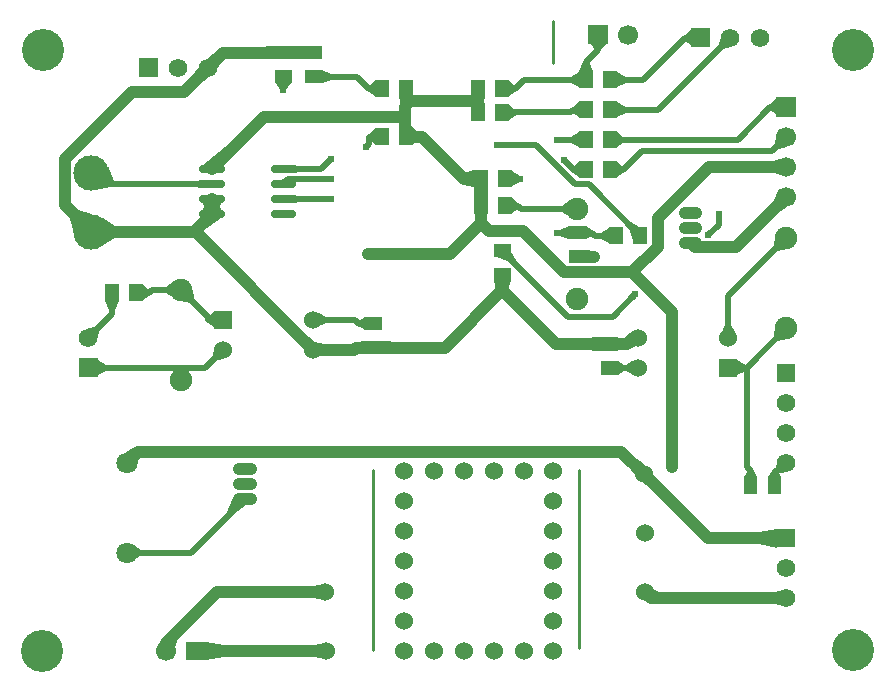
<source format=gbl>
G04 Layer: BottomLayer*
G04 EasyEDA v6.4.19.4, 2021-06-14T19:23:21+03:00*
G04 c287602e535a46618d334795f056a235,b3268d441ec746f5bebdd9f8aa6dfed9,10*
G04 Gerber Generator version 0.2*
G04 Scale: 100 percent, Rotated: No, Reflected: No *
G04 Dimensions in millimeters *
G04 leading zeros omitted , absolute positions ,4 integer and 5 decimal *
%FSLAX45Y45*%
%MOMM*%

%ADD10C,0.2540*%
%ADD12C,0.5000*%
%ADD13C,1.0000*%
%ADD14C,0.6100*%
%ADD19C,1.5240*%
%ADD20R,1.5240X1.5240*%
%ADD21C,1.9050*%
%ADD22C,1.8000*%
%ADD24C,1.7000*%
%ADD25C,3.5560*%
%ADD27R,1.5748X1.5748*%
%ADD28C,1.5748*%
%ADD29C,3.0000*%
%ADD30C,0.7000*%

%LPD*%
G36*
X2849626Y-5542991D02*
G01*
X2796336Y-5550204D01*
X2796387Y-5650179D01*
X2849727Y-5657291D01*
G37*
G36*
X2843428Y-5042103D02*
G01*
X2790088Y-5049316D01*
X2790240Y-5149291D01*
X2843580Y-5156403D01*
G37*
G36*
X5673394Y-5077510D02*
G01*
X5615025Y-5175808D01*
X5660390Y-5203901D01*
X5719775Y-5103926D01*
G37*
G36*
X5556453Y-3993845D02*
G01*
X5485790Y-4064609D01*
X5518454Y-4107332D01*
X5599226Y-4026458D01*
G37*
G36*
X5670550Y-4097731D02*
G01*
X5589727Y-4178604D01*
X5632500Y-4211218D01*
X5703214Y-4140504D01*
G37*
G36*
X1955952Y-3043224D02*
G01*
X1940966Y-3103676D01*
X1976323Y-3139033D01*
X2036775Y-3124047D01*
G37*
G36*
X2756001Y-2939288D02*
G01*
X2685288Y-3010001D01*
X2717952Y-3052775D01*
X2798775Y-2971952D01*
G37*
G36*
X2844393Y-2990850D02*
G01*
X2844393Y-3105150D01*
X2897733Y-3097987D01*
X2897733Y-2998012D01*
G37*
G36*
X2844393Y-2736850D02*
G01*
X2844393Y-2851150D01*
X2897733Y-2818993D01*
X2897733Y-2769006D01*
G37*
G36*
X6283096Y-2842209D02*
G01*
X6250889Y-2895549D01*
X6365189Y-2895650D01*
X6333083Y-2842260D01*
G37*
G36*
X5474614Y-2919323D02*
G01*
X5429859Y-2948736D01*
X5479084Y-3040938D01*
X5528411Y-3020161D01*
G37*
G36*
X5495645Y-3142792D02*
G01*
X5442254Y-3174898D01*
X5442204Y-3224885D01*
X5495544Y-3257092D01*
G37*
G36*
X1651406Y-3200400D02*
G01*
X1604975Y-3239008D01*
X1747824Y-3239008D01*
X1701393Y-3200400D01*
G37*
G36*
X1771446Y-2534056D02*
G01*
X1670456Y-2635046D01*
X1750415Y-2649372D01*
X1785772Y-2614015D01*
G37*
G36*
X1613408Y-2468575D02*
G01*
X1546707Y-2515006D01*
X1546707Y-2564993D01*
X1613408Y-2611424D01*
G37*
G36*
X6704888Y-2094128D02*
G01*
X6690664Y-2174138D01*
X6726072Y-2209444D01*
X6806031Y-2195068D01*
G37*
G36*
X6704939Y-2856077D02*
G01*
X6690664Y-2936087D01*
X6726021Y-2971393D01*
X6806031Y-2957068D01*
G37*
G36*
X4966208Y-1782775D02*
G01*
X4899507Y-1829206D01*
X4899507Y-1879193D01*
X4966208Y-1925624D01*
G37*
G36*
X1267358Y-3881882D02*
G01*
X1210411Y-3913987D01*
X1305712Y-4009542D01*
X1337970Y-3952697D01*
G37*
G36*
X1275435Y-4698288D02*
G01*
X1275435Y-4833315D01*
X1338427Y-4790795D01*
X1338427Y-4740808D01*
G37*
G36*
X6715150Y-1240688D02*
G01*
X6700520Y-1310182D01*
X6735876Y-1345539D01*
X6805320Y-1330807D01*
G37*
G36*
X6743700Y-1436319D02*
G01*
X6684213Y-1450136D01*
X6684314Y-1550111D01*
X6743852Y-1563827D01*
G37*
G36*
X6715150Y-1748789D02*
G01*
X6682841Y-1800606D01*
X6753656Y-1871218D01*
X6805422Y-1838807D01*
G37*
G36*
X1536039Y-5472480D02*
G01*
X1506575Y-5524957D01*
X1625752Y-5570220D01*
X1638554Y-5511444D01*
G37*
G36*
X947115Y-2852928D02*
G01*
X884072Y-2867812D01*
X967587Y-2951327D01*
X982471Y-2888284D01*
G37*
G36*
X6721500Y-4003192D02*
G01*
X6714591Y-4058259D01*
X6749948Y-4093616D01*
X6805015Y-4086707D01*
G37*
G36*
X1055014Y-1497177D02*
G01*
X948639Y-1695450D01*
X1080973Y-1670913D01*
X1107795Y-1620926D01*
G37*
G36*
X805332Y-1869490D02*
G01*
X734618Y-1940204D01*
X764692Y-2058670D01*
X923798Y-1899564D01*
G37*
G36*
X1013612Y-1936750D02*
G01*
X1013612Y-2161794D01*
X1118616Y-2099259D01*
X1118616Y-1999284D01*
G37*
G36*
X6246012Y-401472D02*
G01*
X6231128Y-464515D01*
X6266484Y-499872D01*
X6329527Y-484987D01*
G37*
G36*
X6748018Y-5094833D02*
G01*
X6692900Y-5103926D01*
X6692900Y-5203901D01*
X6748018Y-5212943D01*
G37*
G36*
X1826412Y-655472D02*
G01*
X1793849Y-700836D01*
X1864563Y-771550D01*
X1909927Y-738987D01*
G37*
G36*
X1945436Y-549249D02*
G01*
X1900072Y-581812D01*
X1983587Y-665327D01*
X2016150Y-619963D01*
G37*
G36*
X2989681Y-711606D02*
G01*
X2968345Y-713740D01*
X2968345Y-759460D01*
X2989681Y-761593D01*
G37*
G36*
X2906674Y-711606D02*
G01*
X2906674Y-761593D01*
X2928010Y-759460D01*
X2928010Y-713740D01*
G37*
G36*
X3252165Y-1285748D02*
G01*
X3239516Y-1301292D01*
X3271723Y-1333754D01*
X3287318Y-1321308D01*
G37*
G36*
X4501286Y-1575206D02*
G01*
X4501286Y-1625193D01*
X4522622Y-1623060D01*
X4522622Y-1577340D01*
G37*
G36*
X5491022Y-2577439D02*
G01*
X5474411Y-2591054D01*
X5509768Y-2626410D01*
X5523382Y-2609799D01*
G37*
G36*
X4813960Y-1013612D02*
G01*
X4813960Y-1063599D01*
X4835296Y-1061466D01*
X4835296Y-1015746D01*
G37*
G36*
X4896967Y-1013612D02*
G01*
X4875631Y-1015746D01*
X4875631Y-1061466D01*
X4896967Y-1063599D01*
G37*
G36*
X4897475Y-1245006D02*
G01*
X4876139Y-1247140D01*
X4876139Y-1292860D01*
X4897475Y-1294993D01*
G37*
G36*
X4944821Y-1436471D02*
G01*
X4912461Y-1468831D01*
X4926076Y-1485442D01*
X4961432Y-1450086D01*
G37*
G36*
X6148578Y-2030425D02*
G01*
X6134963Y-2047036D01*
X6167323Y-2079396D01*
X6183934Y-2065782D01*
G37*
G36*
X6202680Y-1921865D02*
G01*
X6200546Y-1943201D01*
X6250533Y-1943201D01*
X6248400Y-1921865D01*
G37*
G36*
X4898542Y-2032406D02*
G01*
X4877155Y-2034539D01*
X4877155Y-2080260D01*
X4898542Y-2082393D01*
G37*
G36*
X4394809Y-1292504D02*
G01*
X4373473Y-1294638D01*
X4373473Y-1340358D01*
X4394809Y-1342491D01*
G37*
G36*
X2515006Y-812444D02*
G01*
X2517140Y-833780D01*
X2562860Y-833780D01*
X2564993Y-812444D01*
G37*
G36*
X2900324Y-1747926D02*
G01*
X2900324Y-1797913D01*
X2921660Y-1795780D01*
X2921660Y-1750060D01*
G37*
G36*
X2898749Y-1579524D02*
G01*
X2898749Y-1629511D01*
X2920136Y-1627378D01*
X2920136Y-1581658D01*
G37*
G36*
X2910890Y-1436217D02*
G01*
X2894279Y-1449832D01*
X2929636Y-1485188D01*
X2943250Y-1468577D01*
G37*
G36*
X3320287Y-775716D02*
G01*
X3269742Y-813206D01*
X3269742Y-863193D01*
X3320287Y-900684D01*
G37*
G36*
X3523487Y-911606D02*
G01*
X3531412Y-939800D01*
X3631387Y-939800D01*
X3639312Y-911606D01*
G37*
G36*
X3320287Y-1182116D02*
G01*
X3269742Y-1219606D01*
X3269742Y-1269593D01*
X3320287Y-1307084D01*
G37*
G36*
X3639312Y-1171194D02*
G01*
X3639312Y-1318006D01*
X3648201Y-1294587D01*
X3648201Y-1194612D01*
G37*
G36*
X4477512Y-1537716D02*
G01*
X4477512Y-1662684D01*
X4542790Y-1625193D01*
X4542790Y-1575206D01*
G37*
G36*
X4158487Y-1526794D02*
G01*
X4070350Y-1550212D01*
X4070350Y-1650187D01*
X4158487Y-1673606D01*
G37*
G36*
X4158487Y-1673606D02*
G01*
X4166412Y-1823618D01*
X4266387Y-1823618D01*
X4274312Y-1673606D01*
G37*
G36*
X4452112Y-775716D02*
G01*
X4452112Y-900684D01*
X4502658Y-863193D01*
X4502658Y-813206D01*
G37*
G36*
X4133087Y-911606D02*
G01*
X4141012Y-939800D01*
X4240987Y-939800D01*
X4248912Y-911606D01*
G37*
G36*
X4477512Y-1766316D02*
G01*
X4477512Y-1891284D01*
X4528058Y-1853793D01*
X4528058Y-1803806D01*
G37*
G36*
X4166412Y-1605381D02*
G01*
X4158487Y-1755393D01*
X4274312Y-1755393D01*
X4266387Y-1605381D01*
G37*
G36*
X4158487Y-1902206D02*
G01*
X4166412Y-1903222D01*
X4266387Y-1903222D01*
X4274312Y-1902206D01*
G37*
G36*
X4452112Y-978916D02*
G01*
X4452112Y-1103884D01*
X4502658Y-1066393D01*
X4502658Y-1016406D01*
G37*
G36*
X4141012Y-939800D02*
G01*
X4133087Y-967994D01*
X4248912Y-967994D01*
X4240987Y-939800D01*
G37*
G36*
X2720594Y-475488D02*
G01*
X2570581Y-483412D01*
X2570581Y-583387D01*
X2720594Y-591312D01*
G37*
G36*
X2867406Y-678688D02*
G01*
X2867406Y-794512D01*
X2942386Y-761593D01*
X2942386Y-711606D01*
G37*
G36*
X3374644Y-2972308D02*
G01*
X3374644Y-3088132D01*
X3524656Y-3080207D01*
X3524656Y-2980232D01*
G37*
G36*
X3227832Y-2972308D02*
G01*
X3152394Y-2980232D01*
X3152394Y-3080207D01*
X3227832Y-3088132D01*
G37*
G36*
X3227832Y-2769108D02*
G01*
X3177286Y-2802026D01*
X3177286Y-2852013D01*
X3227832Y-2884932D01*
G37*
G36*
X4320794Y-2470912D02*
G01*
X4344212Y-2546350D01*
X4444187Y-2546350D01*
X4467606Y-2470912D01*
G37*
G36*
X4467606Y-2222246D02*
G01*
X4351172Y-2267712D01*
X4456226Y-2307183D01*
X4507077Y-2287320D01*
G37*
G36*
X5047488Y-699516D02*
G01*
X4972507Y-737006D01*
X4972507Y-786993D01*
X5047488Y-824484D01*
G37*
G36*
X5080406Y-613613D02*
G01*
X5047488Y-688594D01*
X5163312Y-688594D01*
X5130393Y-613613D01*
G37*
G36*
X5366512Y-699516D02*
G01*
X5366512Y-824484D01*
X5441492Y-786993D01*
X5441492Y-737006D01*
G37*
G36*
X5047488Y-953516D02*
G01*
X4996942Y-991006D01*
X4996942Y-1040993D01*
X5047488Y-1078484D01*
G37*
G36*
X5366512Y-953516D02*
G01*
X5366512Y-1078484D01*
X5441492Y-1040993D01*
X5441492Y-991006D01*
G37*
G36*
X5047488Y-1207516D02*
G01*
X4972507Y-1245006D01*
X4972507Y-1294993D01*
X5047488Y-1332484D01*
G37*
G36*
X5366512Y-1207516D02*
G01*
X5366512Y-1332484D01*
X5417058Y-1294993D01*
X5417058Y-1245006D01*
G37*
G36*
X5047488Y-1461516D02*
G01*
X4996942Y-1499006D01*
X4996942Y-1548993D01*
X5047488Y-1586484D01*
G37*
G36*
X5366512Y-1461516D02*
G01*
X5366512Y-1586484D01*
X5417058Y-1548993D01*
X5417058Y-1499006D01*
G37*
G36*
X6675018Y-4075937D02*
G01*
X6642100Y-4126484D01*
X6757924Y-4126484D01*
X6725005Y-4075937D01*
G37*
G36*
X6471818Y-4075937D02*
G01*
X6438900Y-4126484D01*
X6554724Y-4126484D01*
X6521805Y-4075937D01*
G37*
G36*
X1034287Y-2638806D02*
G01*
X1067206Y-2713786D01*
X1117193Y-2713786D01*
X1150112Y-2638806D01*
G37*
G36*
X1353312Y-2502916D02*
G01*
X1353312Y-2627884D01*
X1403858Y-2590393D01*
X1403858Y-2540406D01*
G37*
G36*
X5226812Y-2942336D02*
G01*
X5076799Y-2950260D01*
X5076799Y-3050235D01*
X5226812Y-3058160D01*
G37*
G36*
X5373624Y-2942336D02*
G01*
X5373624Y-3058160D01*
X5374640Y-3050235D01*
X5374640Y-2950260D01*
G37*
G36*
X5373624Y-3145536D02*
G01*
X5373624Y-3261360D01*
X5424170Y-3228441D01*
X5424170Y-3178454D01*
G37*
G36*
X5102606Y-2202688D02*
G01*
X5102606Y-2318512D01*
X5170424Y-2310587D01*
X5170424Y-2210612D01*
G37*
G36*
X5102606Y-1999488D02*
G01*
X5102606Y-2115312D01*
X5153152Y-2082393D01*
X5153152Y-2032406D01*
G37*
G36*
X4955794Y-1999488D02*
G01*
X4880813Y-2032406D01*
X4880813Y-2082393D01*
X4955794Y-2115312D01*
G37*
G36*
X5301488Y-2020316D02*
G01*
X5226507Y-2057806D01*
X5226507Y-2107793D01*
X5301488Y-2145284D01*
G37*
G36*
X5485079Y-1969922D02*
G01*
X5465216Y-2020773D01*
X5504688Y-2125827D01*
X5550154Y-2009393D01*
G37*
G36*
X2613406Y-475488D02*
G01*
X2613406Y-591312D01*
X2763418Y-583387D01*
X2763418Y-483412D01*
G37*
G36*
X2466594Y-475488D02*
G01*
X2316581Y-483412D01*
X2316581Y-583387D01*
X2466594Y-591312D01*
G37*
G36*
X2477516Y-794512D02*
G01*
X2515006Y-853948D01*
X2564993Y-853948D01*
X2602484Y-794512D01*
G37*
G36*
X1955800Y-2731516D02*
G01*
X1905254Y-2769006D01*
X1905254Y-2818993D01*
X1955800Y-2856484D01*
G37*
G36*
X6384290Y-3137408D02*
G01*
X6384290Y-3262376D01*
X6459270Y-3224885D01*
X6459270Y-3174898D01*
G37*
G36*
X6714998Y-929640D02*
G01*
X6664452Y-967130D01*
X6664452Y-1017117D01*
X6714998Y-1054608D01*
G37*
G36*
X1885188Y-5521452D02*
G01*
X1885188Y-5678932D01*
X2035200Y-5650179D01*
X2035200Y-5550204D01*
G37*
G36*
X967740Y-3137916D02*
G01*
X967740Y-3262884D01*
X1042720Y-3225393D01*
X1042720Y-3175406D01*
G37*
G36*
X5991860Y-343916D02*
G01*
X5941314Y-381406D01*
X5941314Y-431393D01*
X5991860Y-468884D01*
G37*
G36*
X6721348Y-4567174D02*
G01*
X6571335Y-4595926D01*
X6571335Y-4695901D01*
X6721348Y-4724654D01*
G37*
G36*
X5144516Y-459740D02*
G01*
X5182006Y-510285D01*
X5231993Y-510285D01*
X5269484Y-459740D01*
G37*
G36*
X1861566Y-1934921D02*
G01*
X1755851Y-2009851D01*
X1861921Y-2045207D01*
X2011425Y-1934921D01*
G37*
G36*
X1886508Y-1772920D02*
G01*
X1861566Y-1864918D01*
X2011425Y-1864918D01*
X1986483Y-1772920D01*
G37*
G36*
X1861566Y-1807921D02*
G01*
X1886508Y-1899920D01*
X1986483Y-1899920D01*
X2011425Y-1807921D01*
G37*
G36*
X1861566Y-1610918D02*
G01*
X1786585Y-1620926D01*
X1786585Y-1670913D01*
X1861566Y-1680921D01*
G37*
G36*
X2050796Y-1333906D02*
G01*
X1861566Y-1483918D01*
X2011425Y-1483918D01*
X2192223Y-1333906D01*
G37*
G36*
X2615946Y-1737918D02*
G01*
X2615946Y-1807921D01*
X2690926Y-1797913D01*
X2690926Y-1747926D01*
G37*
G36*
X2547061Y-1604518D02*
G01*
X2513533Y-1610918D01*
X2578862Y-1615135D01*
X2600096Y-1622196D01*
X2638247Y-1618945D01*
X2578862Y-1615135D01*
G37*
G36*
X2615946Y-1483918D02*
G01*
X2615946Y-1553921D01*
X2690926Y-1543913D01*
X2690926Y-1493926D01*
G37*
G36*
X2113026Y-4307789D02*
G01*
X2052472Y-4437684D01*
X2123186Y-4437684D01*
X2225344Y-4362653D01*
G37*
D12*
X1215897Y-4765802D02*
G01*
X1759712Y-4765802D01*
X2212847Y-4312665D01*
X6800088Y-2100071D02*
G01*
X6308090Y-2592070D01*
X6308090Y-2945892D01*
X1676400Y-3200400D02*
G01*
X1676400Y-3302000D01*
X889000Y-3200400D02*
G01*
X1676400Y-3200400D01*
X1676400Y-3200400D02*
G01*
X1879600Y-3200400D01*
X2032000Y-3048000D01*
D13*
X6800088Y-4645913D02*
G01*
X6137909Y-4645913D01*
X5594604Y-4102607D01*
X1215897Y-4003802D02*
G01*
X1308862Y-3911092D01*
X5402834Y-3911092D01*
X5594604Y-4102607D01*
X1546097Y-5600192D02*
G01*
X1546097Y-5533136D01*
X1980184Y-5099304D01*
X2893822Y-5099304D01*
X1800352Y-5600192D02*
G01*
X2899918Y-5600192D01*
X2900172Y-5600192D01*
D12*
X2541015Y-1518920D02*
G01*
X2860547Y-1518920D01*
X2941320Y-1438147D01*
X2541015Y-1645920D02*
G01*
X2582418Y-1604518D01*
X2940304Y-1604518D01*
X2541015Y-1772920D02*
G01*
X2941827Y-1772920D01*
X914400Y-1549400D02*
G01*
X1010920Y-1645920D01*
X1936495Y-1645920D01*
X2540000Y-736600D02*
G01*
X2540000Y-853947D01*
X5562600Y-2082800D02*
G01*
X5128006Y-1648205D01*
X5009388Y-1648205D01*
X4678679Y-1317497D01*
X4353306Y-1317497D01*
X5029200Y-2057400D02*
G01*
X4856988Y-2057400D01*
X5359400Y-2082800D02*
G01*
X5178552Y-2082800D01*
X5153152Y-2057400D01*
X5029200Y-2057400D02*
G01*
X5153152Y-2057400D01*
X5300218Y-3203447D02*
G01*
X5424170Y-3203447D01*
X5424170Y-3203447D02*
G01*
X5427725Y-3199892D01*
X5546090Y-3199892D01*
X6225540Y-1901697D02*
G01*
X6225540Y-1988820D01*
X6136893Y-2077465D01*
X1676400Y-2540000D02*
G01*
X1429257Y-2540000D01*
X1403857Y-2565400D01*
X1295400Y-2565400D02*
G01*
X1403857Y-2565400D01*
X1905254Y-2794000D02*
G01*
X1905254Y-2768854D01*
X1676400Y-2540000D01*
X2032000Y-2794000D02*
G01*
X1905254Y-2794000D01*
X889000Y-2946400D02*
G01*
X1092200Y-2743200D01*
X1092200Y-2565400D01*
X6496811Y-4075937D02*
G01*
X6462013Y-4041139D01*
X6462013Y-3199892D01*
X6800088Y-2862071D02*
G01*
X6462013Y-3199892D01*
X6462013Y-3199892D02*
G01*
X6308090Y-3199892D01*
X6496811Y-4199889D02*
G01*
X6496811Y-4075937D01*
X6800088Y-4008120D02*
G01*
X6732270Y-4075937D01*
X6700011Y-4075937D01*
X6700011Y-4199889D02*
G01*
X6700011Y-4075937D01*
X5417058Y-1524000D02*
G01*
X5576824Y-1364234D01*
X6681724Y-1364234D01*
X6800088Y-1246123D01*
X5308600Y-1524000D02*
G01*
X5417058Y-1524000D01*
X5105400Y-1524000D02*
G01*
X4996941Y-1524000D01*
X4996941Y-1524000D02*
G01*
X4996941Y-1520952D01*
X4914391Y-1438402D01*
X6664452Y-992123D02*
G01*
X6386575Y-1270000D01*
X5417058Y-1270000D01*
X6800088Y-992123D02*
G01*
X6664452Y-992123D01*
X5308600Y-1270000D02*
G01*
X5417058Y-1270000D01*
X5105400Y-1270000D02*
G01*
X4855972Y-1270000D01*
X6324600Y-406400D02*
G01*
X5715000Y-1016000D01*
X5308600Y-1016000D01*
X5941313Y-406400D02*
G01*
X5585713Y-762000D01*
X5308600Y-762000D01*
X6070600Y-406400D02*
G01*
X5941313Y-406400D01*
X2794000Y-2794000D02*
G01*
X3144265Y-2794000D01*
X3177286Y-2827020D01*
X3301238Y-2827020D02*
G01*
X3177286Y-2827020D01*
D13*
X6800088Y-5153913D02*
G01*
X5653786Y-5153913D01*
X5600954Y-5100828D01*
X5546090Y-2945892D02*
G01*
X5503418Y-2945892D01*
X5449061Y-3000247D01*
X2794000Y-3048000D02*
G01*
X3134613Y-3048000D01*
X3152393Y-3030220D01*
X3301238Y-3030220D02*
G01*
X3152393Y-3030220D01*
X1936495Y-1772920D02*
G01*
X1936495Y-1899920D01*
X1791207Y-2045207D02*
G01*
X2794000Y-3048000D01*
X1791207Y-2045207D02*
G01*
X1936495Y-1899920D01*
X1905000Y-660400D02*
G01*
X2032000Y-533400D01*
X2540000Y-533400D01*
X2540000Y-533400D02*
G01*
X2794000Y-533400D01*
X5029200Y-2260600D02*
G01*
X5170424Y-2260600D01*
X5374640Y-3000247D02*
G01*
X5449061Y-3000247D01*
X5374640Y-3000247D02*
G01*
X5300218Y-3000247D01*
X4394200Y-2413000D02*
G01*
X4394200Y-2546350D01*
X5300218Y-3000247D02*
G01*
X4848097Y-3000247D01*
X4394200Y-2546350D01*
X4394200Y-2546350D02*
G01*
X3910329Y-3030220D01*
X3301238Y-3030220D01*
X1791207Y-2045207D02*
G01*
X1787144Y-2049271D01*
X914400Y-2049271D01*
X914400Y-2049271D02*
G01*
X688594Y-1823465D01*
X688594Y-1436623D01*
X1255521Y-869695D01*
X1695704Y-869695D01*
X1905000Y-660400D01*
X6800088Y-1754123D02*
G01*
X6370574Y-2183384D01*
X6029452Y-2183384D01*
X5987288Y-2141220D01*
D12*
X5105400Y-1016000D02*
G01*
X4996941Y-1016000D01*
X4996941Y-1016000D02*
G01*
X4974336Y-1038605D01*
X4855463Y-1038605D01*
X4855463Y-1038605D02*
G01*
X4505706Y-1038605D01*
X4502658Y-1041400D01*
X4394200Y-1041400D02*
G01*
X4502658Y-1041400D01*
X5029200Y-1854200D02*
G01*
X4553458Y-1854200D01*
X4528058Y-1828800D01*
X4419600Y-1828800D02*
G01*
X4528058Y-1828800D01*
X5521452Y-2579370D02*
G01*
X5330952Y-2769870D01*
X4954270Y-2769870D01*
X4394200Y-2209800D01*
X5207000Y-381000D02*
G01*
X5207000Y-510286D01*
X5207000Y-510286D02*
G01*
X5105400Y-611886D01*
X5105400Y-762000D01*
X5105400Y-762000D02*
G01*
X4578858Y-762000D01*
X4502658Y-838200D01*
X4394200Y-838200D02*
G01*
X4502658Y-838200D01*
X4419600Y-1600200D02*
G01*
X4542790Y-1600200D01*
X3269741Y-1244600D02*
G01*
X3269741Y-1303528D01*
X3241293Y-1331721D01*
X3378200Y-1244600D02*
G01*
X3269741Y-1244600D01*
D13*
X4216400Y-1977644D02*
G01*
X3955795Y-2238247D01*
X3257041Y-2238247D01*
X5827775Y-4040378D02*
G01*
X5827775Y-2730754D01*
X5491225Y-2394204D01*
X6800088Y-1500123D02*
G01*
X6142990Y-1500123D01*
X5709411Y-1933447D01*
X5709411Y-2176018D01*
X5491225Y-2394204D01*
X4216400Y-1977644D02*
G01*
X4283709Y-2044954D01*
X4569459Y-2044954D01*
X4918709Y-2394204D01*
X5491225Y-2394204D01*
X4216400Y-1903221D02*
G01*
X4216400Y-1977644D01*
X4216400Y-1903221D02*
G01*
X4216400Y-1828800D01*
X4191000Y-939800D02*
G01*
X3581400Y-939800D01*
X4191000Y-1041400D02*
G01*
X4191000Y-939800D01*
X4191000Y-939800D02*
G01*
X4191000Y-838200D01*
X3581400Y-838200D02*
G01*
X3581400Y-939800D01*
X3581400Y-939800D02*
G01*
X3581400Y-987044D01*
X4216400Y-1828800D02*
G01*
X4216400Y-1600200D01*
X3581400Y-1244600D02*
G01*
X3648202Y-1244600D01*
X3648202Y-1244600D02*
G01*
X3714750Y-1244600D01*
X1936495Y-1518920D02*
G01*
X2372868Y-1082547D01*
X3573272Y-1082547D01*
X3648202Y-1244600D02*
G01*
X3573272Y-1169670D01*
X3573272Y-1082547D01*
X3573272Y-1082547D02*
G01*
X3573272Y-995171D01*
X3581400Y-987044D01*
X4216400Y-1600200D02*
G01*
X4070350Y-1600200D01*
X3714750Y-1244600D01*
D12*
X2794000Y-736600D02*
G01*
X2948177Y-736600D01*
X2948177Y-736600D02*
G01*
X3168141Y-736600D01*
X3269741Y-838200D01*
X3378200Y-838200D02*
G01*
X3269741Y-838200D01*
D10*
X4825745Y-264668D02*
G01*
X4825745Y-617473D01*
X5039868Y-4063492D02*
G01*
X5039868Y-5575554D01*
X3301238Y-4069842D02*
G01*
X3301238Y-5588000D01*
D30*
X2011497Y-1899920D02*
G01*
X1861497Y-1899920D01*
X2011497Y-1772920D02*
G01*
X1861497Y-1772920D01*
X2011497Y-1645920D02*
G01*
X1861497Y-1645920D01*
X2011497Y-1518920D02*
G01*
X1861497Y-1518920D01*
X2616014Y-1899920D02*
G01*
X2466017Y-1899920D01*
X2616014Y-1772920D02*
G01*
X2466017Y-1772920D01*
X2616014Y-1645920D02*
G01*
X2466017Y-1645920D01*
X2616014Y-1518920D02*
G01*
X2466017Y-1518920D01*
G36*
X3320288Y-911605D02*
G01*
X3436111Y-911605D01*
X3436111Y-764794D01*
X3320288Y-764794D01*
G37*
G36*
X3523488Y-911605D02*
G01*
X3639311Y-911605D01*
X3639311Y-764794D01*
X3523488Y-764794D01*
G37*
G36*
X3320288Y-1318005D02*
G01*
X3436111Y-1318005D01*
X3436111Y-1171194D01*
X3320288Y-1171194D01*
G37*
G36*
X3523488Y-1318005D02*
G01*
X3639311Y-1318005D01*
X3639311Y-1171194D01*
X3523488Y-1171194D01*
G37*
G36*
X4477511Y-1526794D02*
G01*
X4361688Y-1526794D01*
X4361688Y-1673605D01*
X4477511Y-1673605D01*
G37*
G36*
X4274311Y-1526794D02*
G01*
X4158488Y-1526794D01*
X4158488Y-1673605D01*
X4274311Y-1673605D01*
G37*
G36*
X4452111Y-764794D02*
G01*
X4336288Y-764794D01*
X4336288Y-911605D01*
X4452111Y-911605D01*
G37*
G36*
X4248911Y-764794D02*
G01*
X4133088Y-764794D01*
X4133088Y-911605D01*
X4248911Y-911605D01*
G37*
G36*
X4477511Y-1755394D02*
G01*
X4361688Y-1755394D01*
X4361688Y-1902205D01*
X4477511Y-1902205D01*
G37*
G36*
X4274311Y-1755394D02*
G01*
X4158488Y-1755394D01*
X4158488Y-1902205D01*
X4274311Y-1902205D01*
G37*
G36*
X4452111Y-967994D02*
G01*
X4336288Y-967994D01*
X4336288Y-1114805D01*
X4452111Y-1114805D01*
G37*
G36*
X4248911Y-967994D02*
G01*
X4133088Y-967994D01*
X4133088Y-1114805D01*
X4248911Y-1114805D01*
G37*
G36*
X2720593Y-475487D02*
G01*
X2720593Y-591312D01*
X2867406Y-591312D01*
X2867406Y-475487D01*
G37*
G36*
X2720593Y-678687D02*
G01*
X2720593Y-794512D01*
X2867406Y-794512D01*
X2867406Y-678687D01*
G37*
G36*
X3374643Y-3088131D02*
G01*
X3374643Y-2972307D01*
X3227831Y-2972307D01*
X3227831Y-3088131D01*
G37*
G36*
X3374643Y-2884931D02*
G01*
X3374643Y-2769107D01*
X3227831Y-2769107D01*
X3227831Y-2884931D01*
G37*
G36*
X4467606Y-2470912D02*
G01*
X4467606Y-2355087D01*
X4320793Y-2355087D01*
X4320793Y-2470912D01*
G37*
G36*
X4467606Y-2267712D02*
G01*
X4467606Y-2151887D01*
X4320793Y-2151887D01*
X4320793Y-2267712D01*
G37*
G36*
X5047488Y-835405D02*
G01*
X5163311Y-835405D01*
X5163311Y-688594D01*
X5047488Y-688594D01*
G37*
G36*
X5250688Y-835405D02*
G01*
X5366511Y-835405D01*
X5366511Y-688594D01*
X5250688Y-688594D01*
G37*
G36*
X5047488Y-1089405D02*
G01*
X5163311Y-1089405D01*
X5163311Y-942594D01*
X5047488Y-942594D01*
G37*
G36*
X5250688Y-1089405D02*
G01*
X5366511Y-1089405D01*
X5366511Y-942594D01*
X5250688Y-942594D01*
G37*
G36*
X5047488Y-1343405D02*
G01*
X5163311Y-1343405D01*
X5163311Y-1196594D01*
X5047488Y-1196594D01*
G37*
G36*
X5250688Y-1343405D02*
G01*
X5366511Y-1343405D01*
X5366511Y-1196594D01*
X5250688Y-1196594D01*
G37*
G36*
X5047488Y-1597405D02*
G01*
X5163311Y-1597405D01*
X5163311Y-1450594D01*
X5047488Y-1450594D01*
G37*
G36*
X5250688Y-1597405D02*
G01*
X5366511Y-1597405D01*
X5366511Y-1450594D01*
X5250688Y-1450594D01*
G37*
G36*
X6757924Y-4126484D02*
G01*
X6642100Y-4126484D01*
X6642100Y-4273295D01*
X6757924Y-4273295D01*
G37*
G36*
X6554724Y-4126484D02*
G01*
X6438900Y-4126484D01*
X6438900Y-4273295D01*
X6554724Y-4273295D01*
G37*
G36*
X1034287Y-2638805D02*
G01*
X1150112Y-2638805D01*
X1150112Y-2491994D01*
X1034287Y-2491994D01*
G37*
G36*
X1237487Y-2638805D02*
G01*
X1353312Y-2638805D01*
X1353312Y-2491994D01*
X1237487Y-2491994D01*
G37*
G36*
X5226811Y-2942336D02*
G01*
X5226811Y-3058160D01*
X5373624Y-3058160D01*
X5373624Y-2942336D01*
G37*
G36*
X5226811Y-3145536D02*
G01*
X5226811Y-3261360D01*
X5373624Y-3261360D01*
X5373624Y-3145536D01*
G37*
G36*
X5102606Y-2318512D02*
G01*
X5102606Y-2202687D01*
X4955793Y-2202687D01*
X4955793Y-2318512D01*
G37*
G36*
X5102606Y-2115312D02*
G01*
X5102606Y-1999487D01*
X4955793Y-1999487D01*
X4955793Y-2115312D01*
G37*
G36*
X5301488Y-2156205D02*
G01*
X5417311Y-2156205D01*
X5417311Y-2009394D01*
X5301488Y-2009394D01*
G37*
G36*
X5504688Y-2156205D02*
G01*
X5620511Y-2156205D01*
X5620511Y-2009394D01*
X5504688Y-2009394D01*
G37*
G36*
X2466593Y-475487D02*
G01*
X2466593Y-591312D01*
X2613406Y-591312D01*
X2613406Y-475487D01*
G37*
G36*
X2466593Y-678687D02*
G01*
X2466593Y-794512D01*
X2613406Y-794512D01*
X2613406Y-678687D01*
G37*
D19*
G01*
X3563010Y-4074210D03*
G01*
X3818356Y-4074210D03*
G01*
X4070222Y-4074210D03*
G01*
X4322114Y-4074210D03*
G01*
X4573981Y-4074210D03*
G01*
X4827092Y-4074210D03*
G01*
X3563035Y-5598540D03*
G01*
X3818356Y-5598540D03*
G01*
X4070222Y-5598540D03*
G01*
X4322114Y-5598540D03*
G01*
X4573981Y-5598540D03*
G01*
X4827092Y-5598540D03*
G01*
X3563035Y-5344490D03*
G01*
X3563035Y-5090439D03*
G01*
X3563035Y-4836388D03*
G01*
X3563035Y-4582337D03*
G01*
X3563035Y-4328287D03*
G01*
X4827092Y-5344490D03*
G01*
X4827117Y-5090439D03*
G01*
X4827092Y-4836388D03*
G01*
X4827092Y-4582337D03*
G01*
X4827092Y-4328287D03*
G01*
X2900095Y-5600115D03*
G01*
X2893898Y-5099177D03*
G01*
X5600903Y-5100929D03*
G01*
X5600903Y-4601718D03*
G01*
X5594502Y-4102531D03*
G36*
X1955800Y-2717800D02*
G01*
X2108200Y-2717800D01*
X2108200Y-2870200D01*
X1955800Y-2870200D01*
G37*
G01*
X2032000Y-3048000D03*
G01*
X2794000Y-3048000D03*
G01*
X2794000Y-2794000D03*
D20*
G01*
X6308090Y-3199892D03*
D19*
G01*
X6307988Y-2945993D03*
G01*
X5545988Y-2945993D03*
G01*
X5545988Y-3199993D03*
D21*
G01*
X1676400Y-3302000D03*
G01*
X1676400Y-2540000D03*
G01*
X6799986Y-2099995D03*
G01*
X6799986Y-2861995D03*
G01*
X5029200Y-1854200D03*
G01*
X5029200Y-2616200D03*
D22*
G01*
X1215897Y-4003802D03*
G01*
X1215897Y-4765802D03*
G36*
X6885177Y-907034D02*
G01*
X6885177Y-1077213D01*
X6714997Y-1077213D01*
X6714997Y-907034D01*
G37*
D24*
G01*
X6799986Y-1245996D03*
G01*
X6799986Y-1499996D03*
G01*
X6799986Y-1753996D03*
D25*
G01*
X508000Y-508000D03*
G01*
X499998Y-5599988D03*
G01*
X7366000Y-5588000D03*
G01*
X7366000Y-508000D03*
G36*
X1885187Y-5678931D02*
G01*
X1715262Y-5678931D01*
X1715262Y-5521452D01*
X1885187Y-5521452D01*
G37*
D24*
G01*
X1546199Y-5600141D03*
G36*
X810260Y-3121660D02*
G01*
X967739Y-3121660D01*
X967739Y-3279139D01*
X810260Y-3279139D01*
G37*
D28*
G01*
X889000Y-2946400D03*
D27*
G01*
X6800088Y-3246120D03*
D28*
G01*
X6800088Y-3500120D03*
G01*
X6800088Y-3754120D03*
G01*
X6800088Y-4008120D03*
D29*
G01*
X914400Y-1549400D03*
G01*
X914400Y-2049271D03*
D28*
G01*
X6578600Y-406400D03*
G01*
X6324600Y-406400D03*
G36*
X5991859Y-327660D02*
G01*
X6149340Y-327660D01*
X6149340Y-485139D01*
X5991859Y-485139D01*
G37*
G01*
X6800088Y-5153913D03*
G01*
X6800088Y-4899913D03*
D27*
G01*
X6800088Y-4645913D03*
G36*
X5121909Y-302260D02*
G01*
X5292090Y-302260D01*
X5292090Y-459739D01*
X5121909Y-459739D01*
G37*
D24*
G01*
X5461000Y-381000D03*
D28*
G01*
X1905000Y-660400D03*
G01*
X1651000Y-660400D03*
G36*
X1318260Y-581660D02*
G01*
X1475739Y-581660D01*
X1475739Y-739139D01*
X1318260Y-739139D01*
G37*
D14*
G01*
X2948177Y-736600D03*
G01*
X5827775Y-4040378D03*
G01*
X3257041Y-2238247D03*
G01*
X3241293Y-1331721D03*
G01*
X4542790Y-1600200D03*
G01*
X5521452Y-2579370D03*
G01*
X4855463Y-1038605D03*
G01*
X5170424Y-2260600D03*
G01*
X4855972Y-1270000D03*
G01*
X4914391Y-1438402D03*
G01*
X6136893Y-2077465D03*
G01*
X6225540Y-1901697D03*
G01*
X4856988Y-2057400D03*
G01*
X4353306Y-1317497D03*
G01*
X2540000Y-853947D03*
G01*
X2941827Y-1772920D03*
G01*
X2940304Y-1604518D03*
G01*
X2941320Y-1438147D03*
D13*
X6037287Y-1887296D02*
G01*
X5937288Y-1887296D01*
X6037287Y-2014296D02*
G01*
X5937288Y-2014296D01*
X6037287Y-2141296D02*
G01*
X5937288Y-2141296D01*
X2162695Y-4312691D02*
G01*
X2262695Y-4312691D01*
X2162695Y-4185691D02*
G01*
X2262695Y-4185691D01*
X2162695Y-4058691D02*
G01*
X2262695Y-4058691D01*
M02*

</source>
